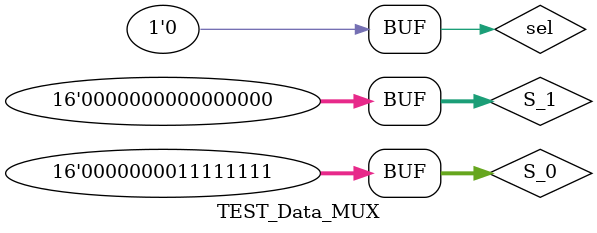
<source format=v>
`timescale 1ns / 1ps


module TEST_Data_MUX;

	// Inputs
	reg [15:0] S_1;
	reg [15:0] S_0;
	reg sel;

	// Outputs
	wire [15:0] Out;

	// Instantiate the Unit Under Test (UUT)
	Data_MUX uut (
		.S_1(S_1), 
		.S_0(S_0), 
		.sel(sel), 
		.Out(Out)
	);

	initial begin
		// Initialize Inputs
		S_1 = 16'd0;
		S_0 = 16'd255;
		sel = 1; //0 first

		#100;
		sel = 0;

	end
      
endmodule


</source>
